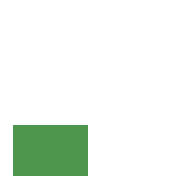
<source format=gbr>
%FSLAX34Y34*%
%MOIN*%
%AMLLRECT*
22,1,0.5,0.25,0,0,-90*%
%ADD10LLRECT*%
D10*
X0Y0D03*
M02*

</source>
